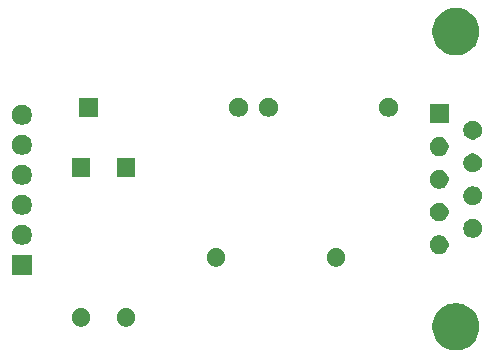
<source format=gbr>
%TF.GenerationSoftware,KiCad,Pcbnew,9.0.1*%
%TF.CreationDate,2025-05-08T11:58:12-04:00*%
%TF.ProjectId,Meterbus-interface,4d657465-7262-4757-932d-696e74657266,rev?*%
%TF.SameCoordinates,Original*%
%TF.FileFunction,Soldermask,Bot*%
%TF.FilePolarity,Negative*%
%FSLAX46Y46*%
G04 Gerber Fmt 4.6, Leading zero omitted, Abs format (unit mm)*
G04 Created by KiCad (PCBNEW 9.0.1) date 2025-05-08 11:58:12*
%MOMM*%
%LPD*%
G01*
G04 APERTURE LIST*
G04 APERTURE END LIST*
G36*
X226445181Y-68058429D02*
G01*
X226697879Y-68126140D01*
X226939577Y-68226255D01*
X227166140Y-68357061D01*
X227373692Y-68516320D01*
X227558680Y-68701308D01*
X227717939Y-68908860D01*
X227848745Y-69135423D01*
X227948860Y-69377121D01*
X228016571Y-69629819D01*
X228050718Y-69889194D01*
X228050718Y-70150806D01*
X228016571Y-70410181D01*
X227948860Y-70662879D01*
X227848745Y-70904577D01*
X227717939Y-71131140D01*
X227558680Y-71338692D01*
X227373692Y-71523680D01*
X227166140Y-71682939D01*
X226939577Y-71813745D01*
X226697879Y-71913860D01*
X226445181Y-71981571D01*
X226185806Y-72015718D01*
X225924194Y-72015718D01*
X225664819Y-71981571D01*
X225412121Y-71913860D01*
X225170423Y-71813745D01*
X224943860Y-71682939D01*
X224736308Y-71523680D01*
X224551320Y-71338692D01*
X224392061Y-71131140D01*
X224261255Y-70904577D01*
X224161140Y-70662879D01*
X224093429Y-70410181D01*
X224059282Y-70150806D01*
X224059282Y-69889194D01*
X224093429Y-69629819D01*
X224161140Y-69377121D01*
X224261255Y-69135423D01*
X224392061Y-68908860D01*
X224551320Y-68701308D01*
X224736308Y-68516320D01*
X224943860Y-68357061D01*
X225170423Y-68226255D01*
X225412121Y-68126140D01*
X225664819Y-68058429D01*
X225924194Y-68024282D01*
X226185806Y-68024282D01*
X226445181Y-68058429D01*
G37*
G36*
X194542228Y-68449448D02*
G01*
X194687117Y-68509463D01*
X194817515Y-68596592D01*
X194928408Y-68707485D01*
X195015537Y-68837883D01*
X195075552Y-68982772D01*
X195106148Y-69136586D01*
X195106148Y-69293414D01*
X195075552Y-69447228D01*
X195015537Y-69592117D01*
X194928408Y-69722515D01*
X194817515Y-69833408D01*
X194687117Y-69920537D01*
X194542228Y-69980552D01*
X194388414Y-70011148D01*
X194231586Y-70011148D01*
X194077772Y-69980552D01*
X193932883Y-69920537D01*
X193802485Y-69833408D01*
X193691592Y-69722515D01*
X193604463Y-69592117D01*
X193544448Y-69447228D01*
X193513852Y-69293414D01*
X193513852Y-69136586D01*
X193544448Y-68982772D01*
X193604463Y-68837883D01*
X193691592Y-68707485D01*
X193802485Y-68596592D01*
X193932883Y-68509463D01*
X194077772Y-68449448D01*
X194231586Y-68418852D01*
X194388414Y-68418852D01*
X194542228Y-68449448D01*
G37*
G36*
X198352228Y-68449448D02*
G01*
X198497117Y-68509463D01*
X198627515Y-68596592D01*
X198738408Y-68707485D01*
X198825537Y-68837883D01*
X198885552Y-68982772D01*
X198916148Y-69136586D01*
X198916148Y-69293414D01*
X198885552Y-69447228D01*
X198825537Y-69592117D01*
X198738408Y-69722515D01*
X198627515Y-69833408D01*
X198497117Y-69920537D01*
X198352228Y-69980552D01*
X198198414Y-70011148D01*
X198041586Y-70011148D01*
X197887772Y-69980552D01*
X197742883Y-69920537D01*
X197612485Y-69833408D01*
X197501592Y-69722515D01*
X197414463Y-69592117D01*
X197354448Y-69447228D01*
X197323852Y-69293414D01*
X197323852Y-69136586D01*
X197354448Y-68982772D01*
X197414463Y-68837883D01*
X197501592Y-68707485D01*
X197612485Y-68596592D01*
X197742883Y-68509463D01*
X197887772Y-68449448D01*
X198041586Y-68418852D01*
X198198414Y-68418852D01*
X198352228Y-68449448D01*
G37*
G36*
X190150000Y-65620000D02*
G01*
X188450000Y-65620000D01*
X188450000Y-63920000D01*
X190150000Y-63920000D01*
X190150000Y-65620000D01*
G37*
G36*
X205972228Y-63369448D02*
G01*
X206117117Y-63429463D01*
X206247515Y-63516592D01*
X206358408Y-63627485D01*
X206445537Y-63757883D01*
X206505552Y-63902772D01*
X206536148Y-64056586D01*
X206536148Y-64213414D01*
X206505552Y-64367228D01*
X206445537Y-64512117D01*
X206358408Y-64642515D01*
X206247515Y-64753408D01*
X206117117Y-64840537D01*
X205972228Y-64900552D01*
X205818414Y-64931148D01*
X205661586Y-64931148D01*
X205507772Y-64900552D01*
X205362883Y-64840537D01*
X205232485Y-64753408D01*
X205121592Y-64642515D01*
X205034463Y-64512117D01*
X204974448Y-64367228D01*
X204943852Y-64213414D01*
X204943852Y-64056586D01*
X204974448Y-63902772D01*
X205034463Y-63757883D01*
X205121592Y-63627485D01*
X205232485Y-63516592D01*
X205362883Y-63429463D01*
X205507772Y-63369448D01*
X205661586Y-63338852D01*
X205818414Y-63338852D01*
X205972228Y-63369448D01*
G37*
G36*
X216132228Y-63369448D02*
G01*
X216277117Y-63429463D01*
X216407515Y-63516592D01*
X216518408Y-63627485D01*
X216605537Y-63757883D01*
X216665552Y-63902772D01*
X216696148Y-64056586D01*
X216696148Y-64213414D01*
X216665552Y-64367228D01*
X216605537Y-64512117D01*
X216518408Y-64642515D01*
X216407515Y-64753408D01*
X216277117Y-64840537D01*
X216132228Y-64900552D01*
X215978414Y-64931148D01*
X215821586Y-64931148D01*
X215667772Y-64900552D01*
X215522883Y-64840537D01*
X215392485Y-64753408D01*
X215281592Y-64642515D01*
X215194463Y-64512117D01*
X215134448Y-64367228D01*
X215103852Y-64213414D01*
X215103852Y-64056586D01*
X215134448Y-63902772D01*
X215194463Y-63757883D01*
X215281592Y-63627485D01*
X215392485Y-63516592D01*
X215522883Y-63429463D01*
X215667772Y-63369448D01*
X215821586Y-63338852D01*
X215978414Y-63338852D01*
X216132228Y-63369448D01*
G37*
G36*
X224867228Y-62294448D02*
G01*
X225012117Y-62354463D01*
X225142515Y-62441592D01*
X225253408Y-62552485D01*
X225340537Y-62682883D01*
X225400552Y-62827772D01*
X225431148Y-62981586D01*
X225431148Y-63138414D01*
X225400552Y-63292228D01*
X225340537Y-63437117D01*
X225253408Y-63567515D01*
X225142515Y-63678408D01*
X225012117Y-63765537D01*
X224867228Y-63825552D01*
X224713414Y-63856148D01*
X224556586Y-63856148D01*
X224402772Y-63825552D01*
X224257883Y-63765537D01*
X224127485Y-63678408D01*
X224016592Y-63567515D01*
X223929463Y-63437117D01*
X223869448Y-63292228D01*
X223838852Y-63138414D01*
X223838852Y-62981586D01*
X223869448Y-62827772D01*
X223929463Y-62682883D01*
X224016592Y-62552485D01*
X224127485Y-62441592D01*
X224257883Y-62354463D01*
X224402772Y-62294448D01*
X224556586Y-62263852D01*
X224713414Y-62263852D01*
X224867228Y-62294448D01*
G37*
G36*
X189546742Y-61416601D02*
G01*
X189700687Y-61480367D01*
X189839234Y-61572941D01*
X189957059Y-61690766D01*
X190049633Y-61829313D01*
X190113399Y-61983258D01*
X190145907Y-62146685D01*
X190145907Y-62313315D01*
X190113399Y-62476742D01*
X190049633Y-62630687D01*
X189957059Y-62769234D01*
X189839234Y-62887059D01*
X189700687Y-62979633D01*
X189546742Y-63043399D01*
X189383315Y-63075907D01*
X189216685Y-63075907D01*
X189053258Y-63043399D01*
X188899313Y-62979633D01*
X188760766Y-62887059D01*
X188642941Y-62769234D01*
X188550367Y-62630687D01*
X188486601Y-62476742D01*
X188454093Y-62313315D01*
X188454093Y-62146685D01*
X188486601Y-61983258D01*
X188550367Y-61829313D01*
X188642941Y-61690766D01*
X188760766Y-61572941D01*
X188899313Y-61480367D01*
X189053258Y-61416601D01*
X189216685Y-61384093D01*
X189383315Y-61384093D01*
X189546742Y-61416601D01*
G37*
G36*
X227707228Y-60909448D02*
G01*
X227852117Y-60969463D01*
X227982515Y-61056592D01*
X228093408Y-61167485D01*
X228180537Y-61297883D01*
X228240552Y-61442772D01*
X228271148Y-61596586D01*
X228271148Y-61753414D01*
X228240552Y-61907228D01*
X228180537Y-62052117D01*
X228093408Y-62182515D01*
X227982515Y-62293408D01*
X227852117Y-62380537D01*
X227707228Y-62440552D01*
X227553414Y-62471148D01*
X227396586Y-62471148D01*
X227242772Y-62440552D01*
X227097883Y-62380537D01*
X226967485Y-62293408D01*
X226856592Y-62182515D01*
X226769463Y-62052117D01*
X226709448Y-61907228D01*
X226678852Y-61753414D01*
X226678852Y-61596586D01*
X226709448Y-61442772D01*
X226769463Y-61297883D01*
X226856592Y-61167485D01*
X226967485Y-61056592D01*
X227097883Y-60969463D01*
X227242772Y-60909448D01*
X227396586Y-60878852D01*
X227553414Y-60878852D01*
X227707228Y-60909448D01*
G37*
G36*
X224867228Y-59524448D02*
G01*
X225012117Y-59584463D01*
X225142515Y-59671592D01*
X225253408Y-59782485D01*
X225340537Y-59912883D01*
X225400552Y-60057772D01*
X225431148Y-60211586D01*
X225431148Y-60368414D01*
X225400552Y-60522228D01*
X225340537Y-60667117D01*
X225253408Y-60797515D01*
X225142515Y-60908408D01*
X225012117Y-60995537D01*
X224867228Y-61055552D01*
X224713414Y-61086148D01*
X224556586Y-61086148D01*
X224402772Y-61055552D01*
X224257883Y-60995537D01*
X224127485Y-60908408D01*
X224016592Y-60797515D01*
X223929463Y-60667117D01*
X223869448Y-60522228D01*
X223838852Y-60368414D01*
X223838852Y-60211586D01*
X223869448Y-60057772D01*
X223929463Y-59912883D01*
X224016592Y-59782485D01*
X224127485Y-59671592D01*
X224257883Y-59584463D01*
X224402772Y-59524448D01*
X224556586Y-59493852D01*
X224713414Y-59493852D01*
X224867228Y-59524448D01*
G37*
G36*
X189546742Y-58876601D02*
G01*
X189700687Y-58940367D01*
X189839234Y-59032941D01*
X189957059Y-59150766D01*
X190049633Y-59289313D01*
X190113399Y-59443258D01*
X190145907Y-59606685D01*
X190145907Y-59773315D01*
X190113399Y-59936742D01*
X190049633Y-60090687D01*
X189957059Y-60229234D01*
X189839234Y-60347059D01*
X189700687Y-60439633D01*
X189546742Y-60503399D01*
X189383315Y-60535907D01*
X189216685Y-60535907D01*
X189053258Y-60503399D01*
X188899313Y-60439633D01*
X188760766Y-60347059D01*
X188642941Y-60229234D01*
X188550367Y-60090687D01*
X188486601Y-59936742D01*
X188454093Y-59773315D01*
X188454093Y-59606685D01*
X188486601Y-59443258D01*
X188550367Y-59289313D01*
X188642941Y-59150766D01*
X188760766Y-59032941D01*
X188899313Y-58940367D01*
X189053258Y-58876601D01*
X189216685Y-58844093D01*
X189383315Y-58844093D01*
X189546742Y-58876601D01*
G37*
G36*
X227707228Y-58139448D02*
G01*
X227852117Y-58199463D01*
X227982515Y-58286592D01*
X228093408Y-58397485D01*
X228180537Y-58527883D01*
X228240552Y-58672772D01*
X228271148Y-58826586D01*
X228271148Y-58983414D01*
X228240552Y-59137228D01*
X228180537Y-59282117D01*
X228093408Y-59412515D01*
X227982515Y-59523408D01*
X227852117Y-59610537D01*
X227707228Y-59670552D01*
X227553414Y-59701148D01*
X227396586Y-59701148D01*
X227242772Y-59670552D01*
X227097883Y-59610537D01*
X226967485Y-59523408D01*
X226856592Y-59412515D01*
X226769463Y-59282117D01*
X226709448Y-59137228D01*
X226678852Y-58983414D01*
X226678852Y-58826586D01*
X226709448Y-58672772D01*
X226769463Y-58527883D01*
X226856592Y-58397485D01*
X226967485Y-58286592D01*
X227097883Y-58199463D01*
X227242772Y-58139448D01*
X227396586Y-58108852D01*
X227553414Y-58108852D01*
X227707228Y-58139448D01*
G37*
G36*
X224867228Y-56754448D02*
G01*
X225012117Y-56814463D01*
X225142515Y-56901592D01*
X225253408Y-57012485D01*
X225340537Y-57142883D01*
X225400552Y-57287772D01*
X225431148Y-57441586D01*
X225431148Y-57598414D01*
X225400552Y-57752228D01*
X225340537Y-57897117D01*
X225253408Y-58027515D01*
X225142515Y-58138408D01*
X225012117Y-58225537D01*
X224867228Y-58285552D01*
X224713414Y-58316148D01*
X224556586Y-58316148D01*
X224402772Y-58285552D01*
X224257883Y-58225537D01*
X224127485Y-58138408D01*
X224016592Y-58027515D01*
X223929463Y-57897117D01*
X223869448Y-57752228D01*
X223838852Y-57598414D01*
X223838852Y-57441586D01*
X223869448Y-57287772D01*
X223929463Y-57142883D01*
X224016592Y-57012485D01*
X224127485Y-56901592D01*
X224257883Y-56814463D01*
X224402772Y-56754448D01*
X224556586Y-56723852D01*
X224713414Y-56723852D01*
X224867228Y-56754448D01*
G37*
G36*
X189546742Y-56336601D02*
G01*
X189700687Y-56400367D01*
X189839234Y-56492941D01*
X189957059Y-56610766D01*
X190049633Y-56749313D01*
X190113399Y-56903258D01*
X190145907Y-57066685D01*
X190145907Y-57233315D01*
X190113399Y-57396742D01*
X190049633Y-57550687D01*
X189957059Y-57689234D01*
X189839234Y-57807059D01*
X189700687Y-57899633D01*
X189546742Y-57963399D01*
X189383315Y-57995907D01*
X189216685Y-57995907D01*
X189053258Y-57963399D01*
X188899313Y-57899633D01*
X188760766Y-57807059D01*
X188642941Y-57689234D01*
X188550367Y-57550687D01*
X188486601Y-57396742D01*
X188454093Y-57233315D01*
X188454093Y-57066685D01*
X188486601Y-56903258D01*
X188550367Y-56749313D01*
X188642941Y-56610766D01*
X188760766Y-56492941D01*
X188899313Y-56400367D01*
X189053258Y-56336601D01*
X189216685Y-56304093D01*
X189383315Y-56304093D01*
X189546742Y-56336601D01*
G37*
G36*
X195110000Y-57315000D02*
G01*
X193510000Y-57315000D01*
X193510000Y-55715000D01*
X195110000Y-55715000D01*
X195110000Y-57315000D01*
G37*
G36*
X198920000Y-57315000D02*
G01*
X197320000Y-57315000D01*
X197320000Y-55715000D01*
X198920000Y-55715000D01*
X198920000Y-57315000D01*
G37*
G36*
X227707228Y-55369448D02*
G01*
X227852117Y-55429463D01*
X227982515Y-55516592D01*
X228093408Y-55627485D01*
X228180537Y-55757883D01*
X228240552Y-55902772D01*
X228271148Y-56056586D01*
X228271148Y-56213414D01*
X228240552Y-56367228D01*
X228180537Y-56512117D01*
X228093408Y-56642515D01*
X227982515Y-56753408D01*
X227852117Y-56840537D01*
X227707228Y-56900552D01*
X227553414Y-56931148D01*
X227396586Y-56931148D01*
X227242772Y-56900552D01*
X227097883Y-56840537D01*
X226967485Y-56753408D01*
X226856592Y-56642515D01*
X226769463Y-56512117D01*
X226709448Y-56367228D01*
X226678852Y-56213414D01*
X226678852Y-56056586D01*
X226709448Y-55902772D01*
X226769463Y-55757883D01*
X226856592Y-55627485D01*
X226967485Y-55516592D01*
X227097883Y-55429463D01*
X227242772Y-55369448D01*
X227396586Y-55338852D01*
X227553414Y-55338852D01*
X227707228Y-55369448D01*
G37*
G36*
X224867228Y-53984448D02*
G01*
X225012117Y-54044463D01*
X225142515Y-54131592D01*
X225253408Y-54242485D01*
X225340537Y-54372883D01*
X225400552Y-54517772D01*
X225431148Y-54671586D01*
X225431148Y-54828414D01*
X225400552Y-54982228D01*
X225340537Y-55127117D01*
X225253408Y-55257515D01*
X225142515Y-55368408D01*
X225012117Y-55455537D01*
X224867228Y-55515552D01*
X224713414Y-55546148D01*
X224556586Y-55546148D01*
X224402772Y-55515552D01*
X224257883Y-55455537D01*
X224127485Y-55368408D01*
X224016592Y-55257515D01*
X223929463Y-55127117D01*
X223869448Y-54982228D01*
X223838852Y-54828414D01*
X223838852Y-54671586D01*
X223869448Y-54517772D01*
X223929463Y-54372883D01*
X224016592Y-54242485D01*
X224127485Y-54131592D01*
X224257883Y-54044463D01*
X224402772Y-53984448D01*
X224556586Y-53953852D01*
X224713414Y-53953852D01*
X224867228Y-53984448D01*
G37*
G36*
X189546742Y-53796601D02*
G01*
X189700687Y-53860367D01*
X189839234Y-53952941D01*
X189957059Y-54070766D01*
X190049633Y-54209313D01*
X190113399Y-54363258D01*
X190145907Y-54526685D01*
X190145907Y-54693315D01*
X190113399Y-54856742D01*
X190049633Y-55010687D01*
X189957059Y-55149234D01*
X189839234Y-55267059D01*
X189700687Y-55359633D01*
X189546742Y-55423399D01*
X189383315Y-55455907D01*
X189216685Y-55455907D01*
X189053258Y-55423399D01*
X188899313Y-55359633D01*
X188760766Y-55267059D01*
X188642941Y-55149234D01*
X188550367Y-55010687D01*
X188486601Y-54856742D01*
X188454093Y-54693315D01*
X188454093Y-54526685D01*
X188486601Y-54363258D01*
X188550367Y-54209313D01*
X188642941Y-54070766D01*
X188760766Y-53952941D01*
X188899313Y-53860367D01*
X189053258Y-53796601D01*
X189216685Y-53764093D01*
X189383315Y-53764093D01*
X189546742Y-53796601D01*
G37*
G36*
X227707228Y-52599448D02*
G01*
X227852117Y-52659463D01*
X227982515Y-52746592D01*
X228093408Y-52857485D01*
X228180537Y-52987883D01*
X228240552Y-53132772D01*
X228271148Y-53286586D01*
X228271148Y-53443414D01*
X228240552Y-53597228D01*
X228180537Y-53742117D01*
X228093408Y-53872515D01*
X227982515Y-53983408D01*
X227852117Y-54070537D01*
X227707228Y-54130552D01*
X227553414Y-54161148D01*
X227396586Y-54161148D01*
X227242772Y-54130552D01*
X227097883Y-54070537D01*
X226967485Y-53983408D01*
X226856592Y-53872515D01*
X226769463Y-53742117D01*
X226709448Y-53597228D01*
X226678852Y-53443414D01*
X226678852Y-53286586D01*
X226709448Y-53132772D01*
X226769463Y-52987883D01*
X226856592Y-52857485D01*
X226967485Y-52746592D01*
X227097883Y-52659463D01*
X227242772Y-52599448D01*
X227396586Y-52568852D01*
X227553414Y-52568852D01*
X227707228Y-52599448D01*
G37*
G36*
X189546742Y-51256601D02*
G01*
X189700687Y-51320367D01*
X189839234Y-51412941D01*
X189957059Y-51530766D01*
X190049633Y-51669313D01*
X190113399Y-51823258D01*
X190145907Y-51986685D01*
X190145907Y-52153315D01*
X190113399Y-52316742D01*
X190049633Y-52470687D01*
X189957059Y-52609234D01*
X189839234Y-52727059D01*
X189700687Y-52819633D01*
X189546742Y-52883399D01*
X189383315Y-52915907D01*
X189216685Y-52915907D01*
X189053258Y-52883399D01*
X188899313Y-52819633D01*
X188760766Y-52727059D01*
X188642941Y-52609234D01*
X188550367Y-52470687D01*
X188486601Y-52316742D01*
X188454093Y-52153315D01*
X188454093Y-51986685D01*
X188486601Y-51823258D01*
X188550367Y-51669313D01*
X188642941Y-51530766D01*
X188760766Y-51412941D01*
X188899313Y-51320367D01*
X189053258Y-51256601D01*
X189216685Y-51224093D01*
X189383315Y-51224093D01*
X189546742Y-51256601D01*
G37*
G36*
X225435000Y-52780000D02*
G01*
X223835000Y-52780000D01*
X223835000Y-51180000D01*
X225435000Y-51180000D01*
X225435000Y-52780000D01*
G37*
G36*
X195745000Y-52235000D02*
G01*
X194145000Y-52235000D01*
X194145000Y-50635000D01*
X195745000Y-50635000D01*
X195745000Y-52235000D01*
G37*
G36*
X207877228Y-50669448D02*
G01*
X208022117Y-50729463D01*
X208152515Y-50816592D01*
X208263408Y-50927485D01*
X208350537Y-51057883D01*
X208410552Y-51202772D01*
X208441148Y-51356586D01*
X208441148Y-51513414D01*
X208410552Y-51667228D01*
X208350537Y-51812117D01*
X208263408Y-51942515D01*
X208152515Y-52053408D01*
X208022117Y-52140537D01*
X207877228Y-52200552D01*
X207723414Y-52231148D01*
X207566586Y-52231148D01*
X207412772Y-52200552D01*
X207267883Y-52140537D01*
X207137485Y-52053408D01*
X207026592Y-51942515D01*
X206939463Y-51812117D01*
X206879448Y-51667228D01*
X206848852Y-51513414D01*
X206848852Y-51356586D01*
X206879448Y-51202772D01*
X206939463Y-51057883D01*
X207026592Y-50927485D01*
X207137485Y-50816592D01*
X207267883Y-50729463D01*
X207412772Y-50669448D01*
X207566586Y-50638852D01*
X207723414Y-50638852D01*
X207877228Y-50669448D01*
G37*
G36*
X210417228Y-50669448D02*
G01*
X210562117Y-50729463D01*
X210692515Y-50816592D01*
X210803408Y-50927485D01*
X210890537Y-51057883D01*
X210950552Y-51202772D01*
X210981148Y-51356586D01*
X210981148Y-51513414D01*
X210950552Y-51667228D01*
X210890537Y-51812117D01*
X210803408Y-51942515D01*
X210692515Y-52053408D01*
X210562117Y-52140537D01*
X210417228Y-52200552D01*
X210263414Y-52231148D01*
X210106586Y-52231148D01*
X209952772Y-52200552D01*
X209807883Y-52140537D01*
X209677485Y-52053408D01*
X209566592Y-51942515D01*
X209479463Y-51812117D01*
X209419448Y-51667228D01*
X209388852Y-51513414D01*
X209388852Y-51356586D01*
X209419448Y-51202772D01*
X209479463Y-51057883D01*
X209566592Y-50927485D01*
X209677485Y-50816592D01*
X209807883Y-50729463D01*
X209952772Y-50669448D01*
X210106586Y-50638852D01*
X210263414Y-50638852D01*
X210417228Y-50669448D01*
G37*
G36*
X220577228Y-50669448D02*
G01*
X220722117Y-50729463D01*
X220852515Y-50816592D01*
X220963408Y-50927485D01*
X221050537Y-51057883D01*
X221110552Y-51202772D01*
X221141148Y-51356586D01*
X221141148Y-51513414D01*
X221110552Y-51667228D01*
X221050537Y-51812117D01*
X220963408Y-51942515D01*
X220852515Y-52053408D01*
X220722117Y-52140537D01*
X220577228Y-52200552D01*
X220423414Y-52231148D01*
X220266586Y-52231148D01*
X220112772Y-52200552D01*
X219967883Y-52140537D01*
X219837485Y-52053408D01*
X219726592Y-51942515D01*
X219639463Y-51812117D01*
X219579448Y-51667228D01*
X219548852Y-51513414D01*
X219548852Y-51356586D01*
X219579448Y-51202772D01*
X219639463Y-51057883D01*
X219726592Y-50927485D01*
X219837485Y-50816592D01*
X219967883Y-50729463D01*
X220112772Y-50669448D01*
X220266586Y-50638852D01*
X220423414Y-50638852D01*
X220577228Y-50669448D01*
G37*
G36*
X226445181Y-43058429D02*
G01*
X226697879Y-43126140D01*
X226939577Y-43226255D01*
X227166140Y-43357061D01*
X227373692Y-43516320D01*
X227558680Y-43701308D01*
X227717939Y-43908860D01*
X227848745Y-44135423D01*
X227948860Y-44377121D01*
X228016571Y-44629819D01*
X228050718Y-44889194D01*
X228050718Y-45150806D01*
X228016571Y-45410181D01*
X227948860Y-45662879D01*
X227848745Y-45904577D01*
X227717939Y-46131140D01*
X227558680Y-46338692D01*
X227373692Y-46523680D01*
X227166140Y-46682939D01*
X226939577Y-46813745D01*
X226697879Y-46913860D01*
X226445181Y-46981571D01*
X226185806Y-47015718D01*
X225924194Y-47015718D01*
X225664819Y-46981571D01*
X225412121Y-46913860D01*
X225170423Y-46813745D01*
X224943860Y-46682939D01*
X224736308Y-46523680D01*
X224551320Y-46338692D01*
X224392061Y-46131140D01*
X224261255Y-45904577D01*
X224161140Y-45662879D01*
X224093429Y-45410181D01*
X224059282Y-45150806D01*
X224059282Y-44889194D01*
X224093429Y-44629819D01*
X224161140Y-44377121D01*
X224261255Y-44135423D01*
X224392061Y-43908860D01*
X224551320Y-43701308D01*
X224736308Y-43516320D01*
X224943860Y-43357061D01*
X225170423Y-43226255D01*
X225412121Y-43126140D01*
X225664819Y-43058429D01*
X225924194Y-43024282D01*
X226185806Y-43024282D01*
X226445181Y-43058429D01*
G37*
M02*

</source>
